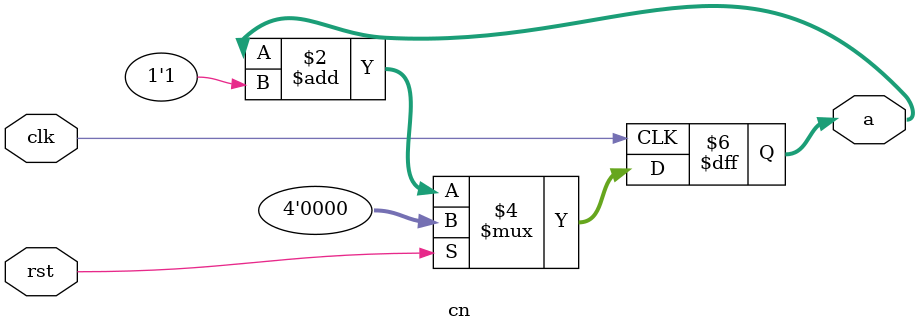
<source format=v>
`timescale 1ns/1ps
module cn(clk,rst,a);
 input wire clk;
 input wire rst;
 output reg [3:0] a;

 always @(posedge clk ) begin
    if(rst)
        begin
          a<=4'b0000;
        end
    else
        a=a+1'b1;
 end    
endmodule
</source>
